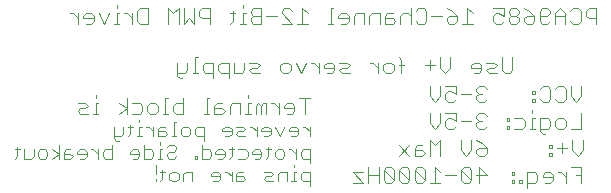
<source format=gbr>
G04 EAGLE Gerber RS-274X export*
G75*
%MOMM*%
%FSLAX34Y34*%
%LPD*%
%INSilkscreen Bottom*%
%IPPOS*%
%AMOC8*
5,1,8,0,0,1.08239X$1,22.5*%
G01*
%ADD10C,0.101600*%


D10*
X203962Y176287D02*
X203962Y167474D01*
X199556Y163068D01*
X195149Y167474D01*
X195149Y176287D01*
X184255Y176287D02*
X182052Y174084D01*
X184255Y176287D02*
X188662Y176287D01*
X190865Y174084D01*
X190865Y165271D01*
X188662Y163068D01*
X184255Y163068D01*
X182052Y165271D01*
X171158Y176287D02*
X168955Y174084D01*
X171158Y176287D02*
X175564Y176287D01*
X177768Y174084D01*
X177768Y165271D01*
X175564Y163068D01*
X171158Y163068D01*
X168955Y165271D01*
X164670Y171881D02*
X162467Y171881D01*
X162467Y169678D01*
X164670Y169678D01*
X164670Y171881D01*
X164670Y165271D02*
X162467Y165271D01*
X162467Y163068D01*
X164670Y163068D01*
X164670Y165271D01*
X203962Y153427D02*
X203962Y140208D01*
X195149Y140208D01*
X188662Y140208D02*
X184255Y140208D01*
X182052Y142411D01*
X182052Y146818D01*
X184255Y149021D01*
X188662Y149021D01*
X190865Y146818D01*
X190865Y142411D01*
X188662Y140208D01*
X173361Y135802D02*
X171158Y135802D01*
X168955Y138005D01*
X168955Y149021D01*
X175564Y149021D01*
X177768Y146818D01*
X177768Y142411D01*
X175564Y140208D01*
X168955Y140208D01*
X164670Y149021D02*
X162467Y149021D01*
X162467Y140208D01*
X164670Y140208D02*
X160264Y140208D01*
X162467Y153427D02*
X162467Y155631D01*
X153736Y149021D02*
X147126Y149021D01*
X153736Y149021D02*
X155939Y146818D01*
X155939Y142411D01*
X153736Y140208D01*
X147126Y140208D01*
X142842Y149021D02*
X140638Y149021D01*
X140638Y146818D01*
X142842Y146818D01*
X142842Y149021D01*
X142842Y142411D02*
X140638Y142411D01*
X140638Y140208D01*
X142842Y140208D01*
X142842Y142411D01*
X205232Y130567D02*
X205232Y121754D01*
X200826Y117348D01*
X196419Y121754D01*
X196419Y130567D01*
X192135Y123958D02*
X183322Y123958D01*
X187728Y128364D02*
X187728Y119551D01*
X179038Y126161D02*
X176834Y126161D01*
X176834Y123958D01*
X179038Y123958D01*
X179038Y126161D01*
X179038Y119551D02*
X176834Y119551D01*
X176834Y117348D01*
X179038Y117348D01*
X179038Y119551D01*
X123952Y174084D02*
X121749Y176287D01*
X117342Y176287D01*
X115139Y174084D01*
X115139Y171881D01*
X117342Y169678D01*
X119546Y169678D01*
X117342Y169678D02*
X115139Y167474D01*
X115139Y165271D01*
X117342Y163068D01*
X121749Y163068D01*
X123952Y165271D01*
X110855Y169678D02*
X102042Y169678D01*
X97758Y176287D02*
X88945Y176287D01*
X97758Y176287D02*
X97758Y169678D01*
X93351Y171881D01*
X91148Y171881D01*
X88945Y169678D01*
X88945Y165271D01*
X91148Y163068D01*
X95554Y163068D01*
X97758Y165271D01*
X84660Y167474D02*
X84660Y176287D01*
X84660Y167474D02*
X80254Y163068D01*
X75847Y167474D01*
X75847Y176287D01*
X121749Y153427D02*
X123952Y151224D01*
X121749Y153427D02*
X117342Y153427D01*
X115139Y151224D01*
X115139Y149021D01*
X117342Y146818D01*
X119546Y146818D01*
X117342Y146818D02*
X115139Y144614D01*
X115139Y142411D01*
X117342Y140208D01*
X121749Y140208D01*
X123952Y142411D01*
X110855Y146818D02*
X102042Y146818D01*
X97758Y153427D02*
X88945Y153427D01*
X97758Y153427D02*
X97758Y146818D01*
X93351Y149021D01*
X91148Y149021D01*
X88945Y146818D01*
X88945Y142411D01*
X91148Y140208D01*
X95554Y140208D01*
X97758Y142411D01*
X84660Y144614D02*
X84660Y153427D01*
X84660Y144614D02*
X80254Y140208D01*
X75847Y144614D01*
X75847Y153427D01*
X115139Y130567D02*
X119546Y128364D01*
X123952Y123958D01*
X123952Y119551D01*
X121749Y117348D01*
X117342Y117348D01*
X115139Y119551D01*
X115139Y121754D01*
X117342Y123958D01*
X123952Y123958D01*
X110855Y121754D02*
X110855Y130567D01*
X110855Y121754D02*
X106448Y117348D01*
X102042Y121754D01*
X102042Y130567D01*
X84660Y130567D02*
X84660Y117348D01*
X80254Y126161D02*
X84660Y130567D01*
X80254Y126161D02*
X75847Y130567D01*
X75847Y117348D01*
X69360Y126161D02*
X64953Y126161D01*
X62750Y123958D01*
X62750Y117348D01*
X69360Y117348D01*
X71563Y119551D01*
X69360Y121754D01*
X62750Y121754D01*
X58466Y126161D02*
X49653Y117348D01*
X58466Y117348D02*
X49653Y126161D01*
X145542Y189401D02*
X145542Y200417D01*
X145542Y189401D02*
X143339Y187198D01*
X138932Y187198D01*
X136729Y189401D01*
X136729Y200417D01*
X132445Y187198D02*
X125835Y187198D01*
X123632Y189401D01*
X125835Y191604D01*
X130242Y191604D01*
X132445Y193808D01*
X130242Y196011D01*
X123632Y196011D01*
X117144Y187198D02*
X112738Y187198D01*
X117144Y187198D02*
X119348Y189401D01*
X119348Y193808D01*
X117144Y196011D01*
X112738Y196011D01*
X110535Y193808D01*
X110535Y191604D01*
X119348Y191604D01*
X93153Y191604D02*
X93153Y200417D01*
X93153Y191604D02*
X88747Y187198D01*
X84340Y191604D01*
X84340Y200417D01*
X80056Y193808D02*
X71243Y193808D01*
X75649Y198214D02*
X75649Y189401D01*
X51658Y187198D02*
X51658Y198214D01*
X49455Y200417D01*
X49455Y193808D02*
X53861Y193808D01*
X42927Y187198D02*
X38520Y187198D01*
X36317Y189401D01*
X36317Y193808D01*
X38520Y196011D01*
X42927Y196011D01*
X45130Y193808D01*
X45130Y189401D01*
X42927Y187198D01*
X32033Y187198D02*
X32033Y196011D01*
X32033Y191604D02*
X27626Y196011D01*
X25423Y196011D01*
X8021Y187198D02*
X1411Y187198D01*
X-792Y189401D01*
X1411Y191604D01*
X5818Y191604D01*
X8021Y193808D01*
X5818Y196011D01*
X-792Y196011D01*
X-7280Y187198D02*
X-11686Y187198D01*
X-7280Y187198D02*
X-5076Y189401D01*
X-5076Y193808D01*
X-7280Y196011D01*
X-11686Y196011D01*
X-13889Y193808D01*
X-13889Y191604D01*
X-5076Y191604D01*
X-18174Y187198D02*
X-18174Y196011D01*
X-22580Y196011D02*
X-18174Y191604D01*
X-22580Y196011D02*
X-24783Y196011D01*
X-29088Y196011D02*
X-33494Y187198D01*
X-37901Y196011D01*
X-44388Y187198D02*
X-48795Y187198D01*
X-50998Y189401D01*
X-50998Y193808D01*
X-48795Y196011D01*
X-44388Y196011D01*
X-42185Y193808D01*
X-42185Y189401D01*
X-44388Y187198D01*
X-68380Y187198D02*
X-74989Y187198D01*
X-77193Y189401D01*
X-74989Y191604D01*
X-70583Y191604D01*
X-68380Y193808D01*
X-70583Y196011D01*
X-77193Y196011D01*
X-81477Y196011D02*
X-81477Y189401D01*
X-83680Y187198D01*
X-90290Y187198D01*
X-90290Y196011D01*
X-94574Y196011D02*
X-94574Y182792D01*
X-94574Y196011D02*
X-101184Y196011D01*
X-103387Y193808D01*
X-103387Y189401D01*
X-101184Y187198D01*
X-94574Y187198D01*
X-107672Y182792D02*
X-107672Y196011D01*
X-114281Y196011D01*
X-116484Y193808D01*
X-116484Y189401D01*
X-114281Y187198D01*
X-107672Y187198D01*
X-120769Y200417D02*
X-122972Y200417D01*
X-122972Y187198D01*
X-120769Y187198D02*
X-125175Y187198D01*
X-129500Y189401D02*
X-129500Y196011D01*
X-129500Y189401D02*
X-131703Y187198D01*
X-138313Y187198D01*
X-138313Y184995D02*
X-138313Y196011D01*
X-138313Y184995D02*
X-136110Y182792D01*
X-133907Y182792D01*
X216662Y229108D02*
X216662Y242327D01*
X210052Y242327D01*
X207849Y240124D01*
X207849Y235718D01*
X210052Y233514D01*
X216662Y233514D01*
X196955Y242327D02*
X194752Y240124D01*
X196955Y242327D02*
X201362Y242327D01*
X203565Y240124D01*
X203565Y231311D01*
X201362Y229108D01*
X196955Y229108D01*
X194752Y231311D01*
X190468Y229108D02*
X190468Y237921D01*
X186061Y242327D01*
X181655Y237921D01*
X181655Y229108D01*
X181655Y235718D02*
X190468Y235718D01*
X177370Y231311D02*
X175167Y229108D01*
X170761Y229108D01*
X168557Y231311D01*
X168557Y240124D01*
X170761Y242327D01*
X175167Y242327D01*
X177370Y240124D01*
X177370Y237921D01*
X175167Y235718D01*
X168557Y235718D01*
X159867Y240124D02*
X155460Y242327D01*
X159867Y240124D02*
X164273Y235718D01*
X164273Y231311D01*
X162070Y229108D01*
X157663Y229108D01*
X155460Y231311D01*
X155460Y233514D01*
X157663Y235718D01*
X164273Y235718D01*
X151176Y240124D02*
X148973Y242327D01*
X144566Y242327D01*
X142363Y240124D01*
X142363Y237921D01*
X144566Y235718D01*
X142363Y233514D01*
X142363Y231311D01*
X144566Y229108D01*
X148973Y229108D01*
X151176Y231311D01*
X151176Y233514D01*
X148973Y235718D01*
X151176Y237921D01*
X151176Y240124D01*
X148973Y235718D02*
X144566Y235718D01*
X138079Y242327D02*
X129266Y242327D01*
X138079Y242327D02*
X138079Y235718D01*
X133672Y237921D01*
X131469Y237921D01*
X129266Y235718D01*
X129266Y231311D01*
X131469Y229108D01*
X135875Y229108D01*
X138079Y231311D01*
X111884Y237921D02*
X107478Y242327D01*
X107478Y229108D01*
X111884Y229108D02*
X103071Y229108D01*
X94380Y240124D02*
X89974Y242327D01*
X94380Y240124D02*
X98787Y235718D01*
X98787Y231311D01*
X96584Y229108D01*
X92177Y229108D01*
X89974Y231311D01*
X89974Y233514D01*
X92177Y235718D01*
X98787Y235718D01*
X85690Y235718D02*
X76877Y235718D01*
X65983Y242327D02*
X63779Y240124D01*
X65983Y242327D02*
X70389Y242327D01*
X72592Y240124D01*
X72592Y231311D01*
X70389Y229108D01*
X65983Y229108D01*
X63779Y231311D01*
X59495Y229108D02*
X59495Y242327D01*
X57292Y237921D02*
X59495Y235718D01*
X57292Y237921D02*
X52885Y237921D01*
X50682Y235718D01*
X50682Y229108D01*
X44195Y237921D02*
X39788Y237921D01*
X37585Y235718D01*
X37585Y229108D01*
X44195Y229108D01*
X46398Y231311D01*
X44195Y233514D01*
X37585Y233514D01*
X33301Y229108D02*
X33301Y237921D01*
X26691Y237921D01*
X24488Y235718D01*
X24488Y229108D01*
X20203Y229108D02*
X20203Y237921D01*
X13594Y237921D01*
X11390Y235718D01*
X11390Y229108D01*
X4903Y229108D02*
X496Y229108D01*
X4903Y229108D02*
X7106Y231311D01*
X7106Y235718D01*
X4903Y237921D01*
X496Y237921D01*
X-1707Y235718D01*
X-1707Y233514D01*
X7106Y233514D01*
X-5991Y242327D02*
X-8194Y242327D01*
X-8194Y229108D01*
X-5991Y229108D02*
X-10398Y229108D01*
X-27820Y237921D02*
X-32226Y242327D01*
X-32226Y229108D01*
X-27820Y229108D02*
X-36633Y229108D01*
X-40917Y229108D02*
X-49730Y229108D01*
X-40917Y229108D02*
X-49730Y237921D01*
X-49730Y240124D01*
X-47527Y242327D01*
X-43120Y242327D01*
X-40917Y240124D01*
X-54015Y235718D02*
X-62827Y235718D01*
X-67112Y242327D02*
X-67112Y229108D01*
X-67112Y242327D02*
X-73721Y242327D01*
X-75925Y240124D01*
X-75925Y237921D01*
X-73721Y235718D01*
X-75925Y233514D01*
X-75925Y231311D01*
X-73721Y229108D01*
X-67112Y229108D01*
X-67112Y235718D02*
X-73721Y235718D01*
X-80209Y237921D02*
X-82412Y237921D01*
X-82412Y229108D01*
X-80209Y229108D02*
X-84615Y229108D01*
X-82412Y242327D02*
X-82412Y244531D01*
X-91144Y240124D02*
X-91144Y231311D01*
X-93347Y229108D01*
X-93347Y237921D02*
X-88941Y237921D01*
X-110769Y242327D02*
X-110769Y229108D01*
X-110769Y242327D02*
X-117379Y242327D01*
X-119582Y240124D01*
X-119582Y235718D01*
X-117379Y233514D01*
X-110769Y233514D01*
X-123867Y229108D02*
X-123867Y242327D01*
X-128273Y233514D02*
X-123867Y229108D01*
X-128273Y233514D02*
X-132679Y229108D01*
X-132679Y242327D01*
X-136964Y242327D02*
X-136964Y229108D01*
X-141370Y237921D02*
X-136964Y242327D01*
X-141370Y237921D02*
X-145777Y242327D01*
X-145777Y229108D01*
X-163158Y229108D02*
X-163158Y242327D01*
X-163158Y229108D02*
X-169768Y229108D01*
X-171971Y231311D01*
X-171971Y240124D01*
X-169768Y242327D01*
X-163158Y242327D01*
X-176256Y237921D02*
X-176256Y229108D01*
X-176256Y233514D02*
X-180662Y237921D01*
X-182865Y237921D01*
X-187170Y237921D02*
X-189373Y237921D01*
X-189373Y229108D01*
X-187170Y229108D02*
X-191576Y229108D01*
X-189373Y242327D02*
X-189373Y244531D01*
X-195901Y237921D02*
X-200308Y229108D01*
X-204714Y237921D01*
X-211202Y229108D02*
X-215608Y229108D01*
X-211202Y229108D02*
X-208999Y231311D01*
X-208999Y235718D01*
X-211202Y237921D01*
X-215608Y237921D01*
X-217811Y235718D01*
X-217811Y233514D01*
X-208999Y233514D01*
X-222096Y229108D02*
X-222096Y237921D01*
X-226502Y237921D02*
X-222096Y233514D01*
X-226502Y237921D02*
X-228706Y237921D01*
X-30314Y166127D02*
X-30314Y152908D01*
X-25908Y166127D02*
X-34721Y166127D01*
X-41208Y152908D02*
X-45615Y152908D01*
X-41208Y152908D02*
X-39005Y155111D01*
X-39005Y159518D01*
X-41208Y161721D01*
X-45615Y161721D01*
X-47818Y159518D01*
X-47818Y157314D01*
X-39005Y157314D01*
X-52103Y152908D02*
X-52103Y161721D01*
X-56509Y161721D02*
X-52103Y157314D01*
X-56509Y161721D02*
X-58712Y161721D01*
X-63017Y161721D02*
X-63017Y152908D01*
X-63017Y161721D02*
X-65220Y161721D01*
X-67423Y159518D01*
X-67423Y152908D01*
X-67423Y159518D02*
X-69627Y161721D01*
X-71830Y159518D01*
X-71830Y152908D01*
X-76114Y161721D02*
X-78317Y161721D01*
X-78317Y152908D01*
X-76114Y152908D02*
X-80521Y152908D01*
X-78317Y166127D02*
X-78317Y168331D01*
X-84846Y161721D02*
X-84846Y152908D01*
X-84846Y161721D02*
X-91455Y161721D01*
X-93658Y159518D01*
X-93658Y152908D01*
X-100146Y161721D02*
X-104553Y161721D01*
X-106756Y159518D01*
X-106756Y152908D01*
X-100146Y152908D01*
X-97943Y155111D01*
X-100146Y157314D01*
X-106756Y157314D01*
X-111040Y166127D02*
X-113243Y166127D01*
X-113243Y152908D01*
X-111040Y152908D02*
X-115447Y152908D01*
X-132869Y152908D02*
X-132869Y166127D01*
X-132869Y152908D02*
X-139479Y152908D01*
X-141682Y155111D01*
X-141682Y159518D01*
X-139479Y161721D01*
X-132869Y161721D01*
X-145966Y166127D02*
X-148169Y166127D01*
X-148169Y152908D01*
X-145966Y152908D02*
X-150373Y152908D01*
X-156901Y152908D02*
X-161307Y152908D01*
X-163510Y155111D01*
X-163510Y159518D01*
X-161307Y161721D01*
X-156901Y161721D01*
X-154698Y159518D01*
X-154698Y155111D01*
X-156901Y152908D01*
X-169998Y161721D02*
X-176608Y161721D01*
X-169998Y161721D02*
X-167795Y159518D01*
X-167795Y155111D01*
X-169998Y152908D01*
X-176608Y152908D01*
X-180892Y152908D02*
X-180892Y166127D01*
X-180892Y157314D02*
X-187502Y152908D01*
X-180892Y157314D02*
X-187502Y161721D01*
X-204904Y161721D02*
X-207107Y161721D01*
X-207107Y152908D01*
X-204904Y152908D02*
X-209310Y152908D01*
X-207107Y166127D02*
X-207107Y168331D01*
X-213635Y152908D02*
X-220245Y152908D01*
X-222448Y155111D01*
X-220245Y157314D01*
X-215838Y157314D01*
X-213635Y159518D01*
X-215838Y161721D01*
X-222448Y161721D01*
X-25908Y141654D02*
X-25908Y133858D01*
X-25908Y137756D02*
X-29806Y141654D01*
X-31755Y141654D01*
X-37602Y133858D02*
X-41500Y133858D01*
X-37602Y133858D02*
X-35653Y135807D01*
X-35653Y139705D01*
X-37602Y141654D01*
X-41500Y141654D01*
X-43449Y139705D01*
X-43449Y137756D01*
X-35653Y137756D01*
X-47347Y141654D02*
X-51245Y133858D01*
X-55143Y141654D01*
X-60990Y133858D02*
X-64888Y133858D01*
X-60990Y133858D02*
X-59041Y135807D01*
X-59041Y139705D01*
X-60990Y141654D01*
X-64888Y141654D01*
X-66837Y139705D01*
X-66837Y137756D01*
X-59041Y137756D01*
X-70735Y133858D02*
X-70735Y141654D01*
X-70735Y137756D02*
X-74633Y141654D01*
X-76582Y141654D01*
X-80480Y133858D02*
X-86327Y133858D01*
X-88276Y135807D01*
X-86327Y137756D01*
X-82429Y137756D01*
X-80480Y139705D01*
X-82429Y141654D01*
X-88276Y141654D01*
X-94123Y133858D02*
X-98021Y133858D01*
X-94123Y133858D02*
X-92174Y135807D01*
X-92174Y139705D01*
X-94123Y141654D01*
X-98021Y141654D01*
X-99970Y139705D01*
X-99970Y137756D01*
X-92174Y137756D01*
X-115562Y141654D02*
X-115562Y129960D01*
X-115562Y141654D02*
X-121409Y141654D01*
X-123358Y139705D01*
X-123358Y135807D01*
X-121409Y133858D01*
X-115562Y133858D01*
X-129205Y133858D02*
X-133103Y133858D01*
X-135052Y135807D01*
X-135052Y139705D01*
X-133103Y141654D01*
X-129205Y141654D01*
X-127256Y139705D01*
X-127256Y135807D01*
X-129205Y133858D01*
X-138950Y145552D02*
X-140899Y145552D01*
X-140899Y133858D01*
X-138950Y133858D02*
X-142848Y133858D01*
X-148695Y141654D02*
X-152593Y141654D01*
X-154542Y139705D01*
X-154542Y133858D01*
X-148695Y133858D01*
X-146746Y135807D01*
X-148695Y137756D01*
X-154542Y137756D01*
X-158440Y133858D02*
X-158440Y141654D01*
X-158440Y137756D02*
X-162338Y141654D01*
X-164287Y141654D01*
X-168185Y141654D02*
X-170134Y141654D01*
X-170134Y133858D01*
X-168185Y133858D02*
X-172083Y133858D01*
X-170134Y145552D02*
X-170134Y147501D01*
X-177930Y143603D02*
X-177930Y135807D01*
X-179879Y133858D01*
X-179879Y141654D02*
X-175981Y141654D01*
X-183777Y141654D02*
X-183777Y135807D01*
X-185726Y133858D01*
X-191573Y133858D01*
X-191573Y131909D02*
X-191573Y141654D01*
X-191573Y131909D02*
X-189624Y129960D01*
X-187675Y129960D01*
X-25908Y122604D02*
X-25908Y110910D01*
X-25908Y122604D02*
X-31755Y122604D01*
X-33704Y120655D01*
X-33704Y116757D01*
X-31755Y114808D01*
X-25908Y114808D01*
X-37602Y114808D02*
X-37602Y122604D01*
X-37602Y118706D02*
X-41500Y122604D01*
X-43449Y122604D01*
X-49296Y114808D02*
X-53194Y114808D01*
X-55143Y116757D01*
X-55143Y120655D01*
X-53194Y122604D01*
X-49296Y122604D01*
X-47347Y120655D01*
X-47347Y116757D01*
X-49296Y114808D01*
X-60990Y116757D02*
X-60990Y124553D01*
X-60990Y116757D02*
X-62939Y114808D01*
X-62939Y122604D02*
X-59041Y122604D01*
X-68786Y114808D02*
X-72684Y114808D01*
X-68786Y114808D02*
X-66837Y116757D01*
X-66837Y120655D01*
X-68786Y122604D01*
X-72684Y122604D01*
X-74633Y120655D01*
X-74633Y118706D01*
X-66837Y118706D01*
X-80480Y122604D02*
X-86327Y122604D01*
X-80480Y122604D02*
X-78531Y120655D01*
X-78531Y116757D01*
X-80480Y114808D01*
X-86327Y114808D01*
X-92174Y116757D02*
X-92174Y124553D01*
X-92174Y116757D02*
X-94123Y114808D01*
X-94123Y122604D02*
X-90225Y122604D01*
X-99970Y114808D02*
X-103868Y114808D01*
X-99970Y114808D02*
X-98021Y116757D01*
X-98021Y120655D01*
X-99970Y122604D01*
X-103868Y122604D01*
X-105817Y120655D01*
X-105817Y118706D01*
X-98021Y118706D01*
X-117511Y114808D02*
X-117511Y126502D01*
X-117511Y114808D02*
X-111664Y114808D01*
X-109715Y116757D01*
X-109715Y120655D01*
X-111664Y122604D01*
X-117511Y122604D01*
X-121409Y116757D02*
X-121409Y114808D01*
X-121409Y116757D02*
X-123358Y116757D01*
X-123358Y114808D01*
X-121409Y114808D01*
X-144797Y126502D02*
X-146746Y124553D01*
X-144797Y126502D02*
X-140899Y126502D01*
X-138950Y124553D01*
X-138950Y122604D01*
X-140899Y120655D01*
X-144797Y120655D01*
X-146746Y118706D01*
X-146746Y116757D01*
X-144797Y114808D01*
X-140899Y114808D01*
X-138950Y116757D01*
X-150644Y122604D02*
X-152593Y122604D01*
X-152593Y114808D01*
X-150644Y114808D02*
X-154542Y114808D01*
X-152593Y126502D02*
X-152593Y128451D01*
X-166236Y126502D02*
X-166236Y114808D01*
X-160389Y114808D01*
X-158440Y116757D01*
X-158440Y120655D01*
X-160389Y122604D01*
X-166236Y122604D01*
X-172083Y114808D02*
X-175981Y114808D01*
X-172083Y114808D02*
X-170134Y116757D01*
X-170134Y120655D01*
X-172083Y122604D01*
X-175981Y122604D01*
X-177930Y120655D01*
X-177930Y118706D01*
X-170134Y118706D01*
X-193522Y114808D02*
X-193522Y126502D01*
X-193522Y114808D02*
X-199368Y114808D01*
X-201317Y116757D01*
X-201317Y120655D01*
X-199368Y122604D01*
X-193522Y122604D01*
X-205215Y122604D02*
X-205215Y114808D01*
X-205215Y118706D02*
X-209113Y122604D01*
X-211062Y122604D01*
X-216909Y114808D02*
X-220807Y114808D01*
X-216909Y114808D02*
X-214960Y116757D01*
X-214960Y120655D01*
X-216909Y122604D01*
X-220807Y122604D01*
X-222756Y120655D01*
X-222756Y118706D01*
X-214960Y118706D01*
X-228603Y122604D02*
X-232501Y122604D01*
X-234450Y120655D01*
X-234450Y114808D01*
X-228603Y114808D01*
X-226654Y116757D01*
X-228603Y118706D01*
X-234450Y118706D01*
X-238348Y114808D02*
X-238348Y126502D01*
X-238348Y118706D02*
X-244195Y114808D01*
X-238348Y118706D02*
X-244195Y122604D01*
X-250042Y114808D02*
X-253940Y114808D01*
X-255889Y116757D01*
X-255889Y120655D01*
X-253940Y122604D01*
X-250042Y122604D01*
X-248093Y120655D01*
X-248093Y116757D01*
X-250042Y114808D01*
X-259787Y116757D02*
X-259787Y122604D01*
X-259787Y116757D02*
X-261736Y114808D01*
X-267583Y114808D01*
X-267583Y122604D01*
X-273430Y124553D02*
X-273430Y116757D01*
X-275379Y114808D01*
X-275379Y122604D02*
X-271481Y122604D01*
X-25908Y103554D02*
X-25908Y91860D01*
X-25908Y103554D02*
X-31755Y103554D01*
X-33704Y101605D01*
X-33704Y97707D01*
X-31755Y95758D01*
X-25908Y95758D01*
X-37602Y103554D02*
X-39551Y103554D01*
X-39551Y95758D01*
X-37602Y95758D02*
X-41500Y95758D01*
X-39551Y107452D02*
X-39551Y109401D01*
X-45398Y103554D02*
X-45398Y95758D01*
X-45398Y103554D02*
X-51245Y103554D01*
X-53194Y101605D01*
X-53194Y95758D01*
X-57092Y95758D02*
X-62939Y95758D01*
X-64888Y97707D01*
X-62939Y99656D01*
X-59041Y99656D01*
X-57092Y101605D01*
X-59041Y103554D01*
X-64888Y103554D01*
X-82429Y103554D02*
X-86327Y103554D01*
X-88276Y101605D01*
X-88276Y95758D01*
X-82429Y95758D01*
X-80480Y97707D01*
X-82429Y99656D01*
X-88276Y99656D01*
X-92174Y95758D02*
X-92174Y103554D01*
X-92174Y99656D02*
X-96072Y103554D01*
X-98021Y103554D01*
X-103868Y95758D02*
X-107766Y95758D01*
X-103868Y95758D02*
X-101919Y97707D01*
X-101919Y101605D01*
X-103868Y103554D01*
X-107766Y103554D01*
X-109715Y101605D01*
X-109715Y99656D01*
X-101919Y99656D01*
X-125307Y95758D02*
X-125307Y103554D01*
X-131154Y103554D01*
X-133103Y101605D01*
X-133103Y95758D01*
X-138950Y95758D02*
X-142848Y95758D01*
X-144797Y97707D01*
X-144797Y101605D01*
X-142848Y103554D01*
X-138950Y103554D01*
X-137001Y101605D01*
X-137001Y97707D01*
X-138950Y95758D01*
X-150644Y97707D02*
X-150644Y105503D01*
X-150644Y97707D02*
X-152593Y95758D01*
X-152593Y103554D02*
X-148695Y103554D01*
X-156491Y97707D02*
X-156491Y95758D01*
X-156491Y101605D02*
X-156491Y109401D01*
X203962Y107707D02*
X203962Y94488D01*
X203962Y107707D02*
X195149Y107707D01*
X199556Y101098D02*
X203962Y101098D01*
X190865Y103301D02*
X190865Y94488D01*
X190865Y98894D02*
X186458Y103301D01*
X184255Y103301D01*
X177747Y94488D02*
X173341Y94488D01*
X177747Y94488D02*
X179950Y96691D01*
X179950Y101098D01*
X177747Y103301D01*
X173341Y103301D01*
X171138Y101098D01*
X171138Y98894D01*
X179950Y98894D01*
X158040Y103301D02*
X158040Y90082D01*
X158040Y103301D02*
X164650Y103301D01*
X166853Y101098D01*
X166853Y96691D01*
X164650Y94488D01*
X158040Y94488D01*
X153756Y94488D02*
X153756Y96691D01*
X151553Y96691D01*
X151553Y94488D01*
X153756Y94488D01*
X147207Y103301D02*
X145004Y103301D01*
X145004Y101098D01*
X147207Y101098D01*
X147207Y103301D01*
X147207Y96691D02*
X145004Y96691D01*
X145004Y94488D01*
X147207Y94488D01*
X147207Y96691D01*
X117342Y94488D02*
X117342Y107707D01*
X123952Y101098D01*
X115139Y101098D01*
X110855Y105504D02*
X110855Y96691D01*
X110855Y105504D02*
X108652Y107707D01*
X104245Y107707D01*
X102042Y105504D01*
X102042Y96691D01*
X104245Y94488D01*
X108652Y94488D01*
X110855Y96691D01*
X102042Y105504D01*
X97758Y101098D02*
X88945Y101098D01*
X84660Y103301D02*
X80254Y107707D01*
X80254Y94488D01*
X84660Y94488D02*
X75847Y94488D01*
X71563Y96691D02*
X71563Y105504D01*
X69360Y107707D01*
X64953Y107707D01*
X62750Y105504D01*
X62750Y96691D01*
X64953Y94488D01*
X69360Y94488D01*
X71563Y96691D01*
X62750Y105504D01*
X58466Y105504D02*
X58466Y96691D01*
X58466Y105504D02*
X56263Y107707D01*
X51856Y107707D01*
X49653Y105504D01*
X49653Y96691D01*
X51856Y94488D01*
X56263Y94488D01*
X58466Y96691D01*
X49653Y105504D01*
X45369Y105504D02*
X45369Y96691D01*
X45369Y105504D02*
X43165Y107707D01*
X38759Y107707D01*
X36556Y105504D01*
X36556Y96691D01*
X38759Y94488D01*
X43165Y94488D01*
X45369Y96691D01*
X36556Y105504D01*
X32271Y107707D02*
X32271Y94488D01*
X32271Y101098D02*
X23458Y101098D01*
X23458Y107707D02*
X23458Y94488D01*
X19174Y103301D02*
X10361Y103301D01*
X19174Y94488D01*
X10361Y94488D01*
M02*

</source>
